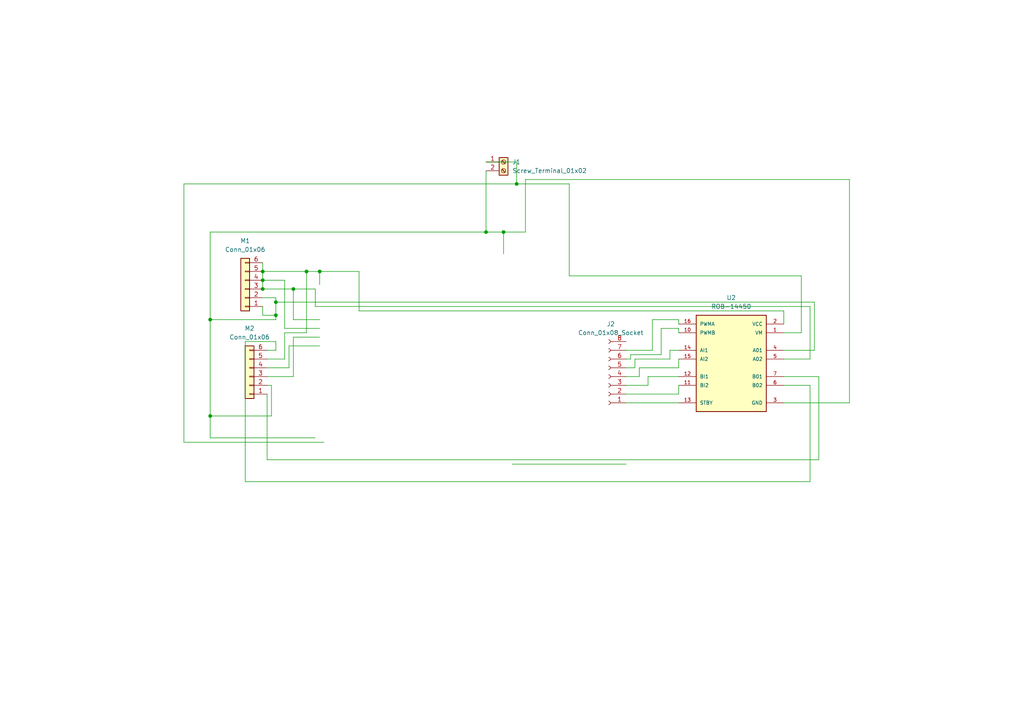
<source format=kicad_sch>
(kicad_sch (version 20250114) (generator "eeschema") (generator_version "9.0")
  (paper "A4")
  (lib_symbols
    (symbol "Connector:Conn_01x08_Socket" (pin_names (offset 1.016) (hide yes))
      (property "Reference" "J" (at 0 10.16 0))
      (property "Value" "Conn_01x08_Socket" (at 0 -12.7 0))
      (symbol "Conn_01x08_Socket_1_1"
        (polyline (pts (xy -1.27 7.62) (xy -0.508 7.62)) (stroke (width 0.1524)))
        (polyline (pts (xy -1.27 5.08) (xy -0.508 5.08)) (stroke (width 0.1524)))
        (polyline (pts (xy -1.27 2.54) (xy -0.508 2.54)) (stroke (width 0.1524)))
        (polyline (pts (xy -1.27 0) (xy -0.508 0)) (stroke (width 0.1524)))
        (polyline (pts (xy -1.27 -2.54) (xy -0.508 -2.54)) (stroke (width 0.1524)))
        (polyline (pts (xy -1.27 -5.08) (xy -0.508 -5.08)) (stroke (width 0.1524)))
        (polyline (pts (xy -1.27 -7.62) (xy -0.508 -7.62)) (stroke (width 0.1524)))
        (polyline (pts (xy -1.27 -10.16) (xy -0.508 -10.16)) (stroke (width 0.1524)))
        (arc (start 0 7.112) (mid -0.5058 7.62) (end 0 8.128) (stroke (width 0.1524)))
        (arc (start 0 4.572) (mid -0.5058 5.08) (end 0 5.588) (stroke (width 0.1524)))
        (arc (start 0 2.032) (mid -0.5058 2.54) (end 0 3.048) (stroke (width 0.1524)))
        (arc (start 0 -0.508) (mid -0.5058 0) (end 0 0.508) (stroke (width 0.1524)))
        (arc (start 0 -3.048) (mid -0.5058 -2.54) (end 0 -2.032) (stroke (width 0.1524)))
        (arc (start 0 -5.588) (mid -0.5058 -5.08) (end 0 -4.572) (stroke (width 0.1524)))
        (arc (start 0 -8.128) (mid -0.5058 -7.62) (end 0 -7.112) (stroke (width 0.1524)))
        (arc (start 0 -10.668) (mid -0.5058 -10.16) (end 0 -9.652) (stroke (width 0.1524)))
        (pin passive line (at -5.08 7.62 0) (length 3.81) (name "Pin_1") (number "1"))
        (pin passive line (at -5.08 5.08 0) (length 3.81) (name "Pin_2") (number "2"))
        (pin passive line (at -5.08 2.54 0) (length 3.81) (name "Pin_3") (number "3"))
        (pin passive line (at -5.08 0 0) (length 3.81) (name "Pin_4") (number "4"))
        (pin passive line (at -5.08 -2.54 0) (length 3.81) (name "Pin_5") (number "5"))
        (pin passive line (at -5.08 -5.08 0) (length 3.81) (name "Pin_6") (number "6"))
        (pin passive line (at -5.08 -7.62 0) (length 3.81) (name "Pin_7") (number "7"))
        (pin passive line (at -5.08 -10.16 0) (length 3.81) (name "Pin_8") (number "8"))
      )
    )
    (symbol "Connector:Screw_Terminal_01x02" (pin_names (offset 1.016) (hide yes))
      (property "Reference" "J" (at 0 2.54 0))
      (property "Value" "Screw_Terminal_01x02" (at 0 -5.08 0))
      (symbol "Screw_Terminal_01x02_1_1"
        (rectangle (start -1.27 1.27) (end 1.27 -3.81) (stroke (width 0.254)) (fill (type background)))
        (polyline (pts (xy -0.5334 0.3302) (xy 0.3302 -0.508)) (stroke (width 0.1524)))
        (polyline (pts (xy -0.5334 -2.2098) (xy 0.3302 -3.048)) (stroke (width 0.1524)))
        (polyline (pts (xy -0.3556 0.508) (xy 0.508 -0.3302)) (stroke (width 0.1524)))
        (polyline (pts (xy -0.3556 -2.032) (xy 0.508 -2.8702)) (stroke (width 0.1524)))
        (circle (center 0 0) (radius 0.635) (stroke (width 0.1524)))
        (circle (center 0 -2.54) (radius 0.635) (stroke (width 0.1524)))
        (pin passive line (at -5.08 0 0) (length 3.81) (name "Pin_1") (number "1"))
        (pin passive line (at -5.08 -2.54 0) (length 3.81) (name "Pin_2") (number "2"))
      )
    )
    (symbol "Connector_Generic:Conn_01x06" (pin_names (offset 1.016) (hide yes))
      (property "Reference" "J" (at 0 7.62 0))
      (property "Value" "Conn_01x06" (at 0 -10.16 0))
      (symbol "Conn_01x06_1_1"
        (rectangle (start -1.27 6.35) (end 1.27 -8.89) (stroke (width 0.254)) (fill (type background)))
        (rectangle (start -1.27 5.207) (end 0 4.953) (stroke (width 0.1524)))
        (rectangle (start -1.27 2.667) (end 0 2.413) (stroke (width 0.1524)))
        (rectangle (start -1.27 0.127) (end 0 -0.127) (stroke (width 0.1524)))
        (rectangle (start -1.27 -2.413) (end 0 -2.667) (stroke (width 0.1524)))
        (rectangle (start -1.27 -4.953) (end 0 -5.207) (stroke (width 0.1524)))
        (rectangle (start -1.27 -7.493) (end 0 -7.747) (stroke (width 0.1524)))
        (pin passive line (at -5.08 5.08 0) (length 3.81) (name "Pin_1") (number "1"))
        (pin passive line (at -5.08 2.54 0) (length 3.81) (name "Pin_2") (number "2"))
        (pin passive line (at -5.08 0 0) (length 3.81) (name "Pin_3") (number "3"))
        (pin passive line (at -5.08 -2.54 0) (length 3.81) (name "Pin_4") (number "4"))
        (pin passive line (at -5.08 -5.08 0) (length 3.81) (name "Pin_5") (number "5"))
        (pin passive line (at -5.08 -7.62 0) (length 3.81) (name "Pin_6") (number "6"))
      )
    )
    (symbol "ROB-14450:ROB-14450" (pin_names (offset 1.016))
      (property "Reference" "U" (at -10.16 16.002 0))
      (property "Value" "ROB-14450" (at -10.16 -15.24 0))
      (symbol "ROB-14450_0_0"
        (rectangle (start -10.16 -12.7) (end 10.16 15.24) (stroke (width 0.254)) (fill (type background)))
        (pin input line (at -15.24 12.7 0) (length 5.08) (name "PWMA") (number "16"))
        (pin input line (at -15.24 10.16 0) (length 5.08) (name "PWMB") (number "10"))
        (pin input line (at -15.24 5.08 0) (length 5.08) (name "AI1") (number "14"))
        (pin input line (at -15.24 2.54 0) (length 5.08) (name "AI2") (number "15"))
        (pin input line (at -15.24 -2.54 0) (length 5.08) (name "BI1") (number "12"))
        (pin input line (at -15.24 -5.08 0) (length 5.08) (name "BI2") (number "11"))
        (pin input line (at -15.24 -10.16 0) (length 5.08) (name "STBY") (number "13"))
        (pin power_in line (at 15.24 12.7 180) (length 5.08) (name "VCC") (number "2"))
        (pin power_in line (at 15.24 10.16 180) (length 5.08) (name "VM") (number "1"))
        (pin output line (at 15.24 5.08 180) (length 5.08) (name "A01") (number "4"))
        (pin output line (at 15.24 2.54 180) (length 5.08) (name "A02") (number "5"))
        (pin output line (at 15.24 -2.54 180) (length 5.08) (name "B01") (number "7"))
        (pin output line (at 15.24 -5.08 180) (length 5.08) (name "B02") (number "6"))
        (pin power_in line (at 15.24 -10.16 180) (length 5.08) (name "GND") (number "3"))
        (pin power_in line (at 15.24 -10.16 180) (length 5.08) (hide yes) (name "GND") (number "8"))
        (pin power_in line (at 15.24 -10.16 180) (length 5.08) (hide yes) (name "GND") (number "9"))
      )
    )
  )
  (junction (at 60.96 92.71))
  (junction (at 88.9 78.74))
  (junction (at 149.86 53.34))
  (junction (at 76.2 83.82))
  (junction (at 60.96 120.65))
  (junction (at 85.09 83.82))
  (junction (at 140.97 67.31))
  (junction (at 80.01 87.63))
  (junction (at 146.05 67.31))
  (junction (at 92.71 78.74))
  (junction (at 80.01 91.44))
  (junction (at 76.2 81.28))
  (junction (at 76.2 78.74))
  (wire (pts (xy 232.41 96.52) (xy 232.41 80.01)))
  (wire (pts (xy 104.14 78.74) (xy 92.71 78.74)))
  (wire (pts (xy 182.88 102.87) (xy 191.77 102.87)))
  (wire (pts (xy 149.86 46.99) (xy 149.86 53.34)))
  (wire (pts (xy 91.44 83.82) (xy 91.44 88.9)))
  (wire (pts (xy 82.55 95.25) (xy 92.71 95.25)))
  (wire (pts (xy 77.47 109.22) (xy 85.09 109.22)))
  (wire (pts (xy 181.61 109.22) (xy 185.42 109.22)))
  (wire (pts (xy 60.96 67.31) (xy 60.96 92.71)))
  (wire (pts (xy 76.2 81.28) (xy 76.2 78.74)))
  (wire (pts (xy 82.55 96.52) (xy 88.9 96.52)))
  (wire (pts (xy 77.47 101.6) (xy 80.01 101.6)))
  (wire (pts (xy 234.95 139.7) (xy 234.95 111.76)))
  (wire (pts (xy 60.96 92.71) (xy 60.96 120.65)))
  (wire (pts (xy 191.77 95.25) (xy 196.85 95.25)))
  (wire (pts (xy 232.41 96.52) (xy 227.33 96.52)))
  (wire (pts (xy 234.95 88.9) (xy 234.95 104.14)))
  (wire (pts (xy 80.01 87.63) (xy 80.01 86.36)))
  (wire (pts (xy 187.96 109.22) (xy 187.96 111.76)))
  (wire (pts (xy 227.33 101.6) (xy 236.22 101.6)))
  (wire (pts (xy 227.33 116.84) (xy 246.38 116.84)))
  (wire (pts (xy 181.61 106.68) (xy 184.15 106.68)))
  (wire (pts (xy 181.61 101.6) (xy 189.23 101.6)))
  (wire (pts (xy 76.2 81.28) (xy 82.55 81.28)))
  (wire (pts (xy 85.09 109.22) (xy 85.09 97.79)))
  (wire (pts (xy 77.47 104.14) (xy 82.55 104.14)))
  (wire (pts (xy 53.34 128.27) (xy 53.34 53.34)))
  (wire (pts (xy 185.42 106.68) (xy 196.85 106.68)))
  (wire (pts (xy 189.23 92.71) (xy 196.85 92.71)))
  (wire (pts (xy 196.85 114.3) (xy 196.85 111.76)))
  (wire (pts (xy 181.61 134.62) (xy 148.59 134.62)))
  (wire (pts (xy 76.2 83.82) (xy 76.2 81.28)))
  (wire (pts (xy 104.14 90.17) (xy 104.14 78.74)))
  (wire (pts (xy 77.47 114.3) (xy 77.47 133.35)))
  (wire (pts (xy 181.61 116.84) (xy 196.85 116.84)))
  (wire (pts (xy 194.31 101.6) (xy 196.85 101.6)))
  (wire (pts (xy 140.97 49.53) (xy 140.97 67.31)))
  (wire (pts (xy 184.15 106.68) (xy 184.15 104.14)))
  (wire (pts (xy 196.85 95.25) (xy 196.85 96.52)))
  (wire (pts (xy 77.47 133.35) (xy 237.49 133.35)))
  (wire (pts (xy 246.38 52.07) (xy 152.4 52.07)))
  (wire (pts (xy 165.1 53.34) (xy 149.86 53.34)))
  (wire (pts (xy 140.97 46.99) (xy 149.86 46.99)))
  (wire (pts (xy 187.96 111.76) (xy 181.61 111.76)))
  (wire (pts (xy 92.71 78.74) (xy 92.71 82.55)))
  (wire (pts (xy 185.42 109.22) (xy 185.42 106.68)))
  (wire (pts (xy 227.33 93.98) (xy 227.33 90.17)))
  (wire (pts (xy 91.44 88.9) (xy 234.95 88.9)))
  (wire (pts (xy 237.49 133.35) (xy 237.49 109.22)))
  (wire (pts (xy 181.61 104.14) (xy 182.88 104.14)))
  (wire (pts (xy 181.61 114.3) (xy 196.85 114.3)))
  (wire (pts (xy 88.9 78.74) (xy 88.9 96.52)))
  (wire (pts (xy 71.12 139.7) (xy 234.95 139.7)))
  (wire (pts (xy 77.47 111.76) (xy 78.74 111.76)))
  (wire (pts (xy 246.38 116.84) (xy 246.38 52.07)))
  (wire (pts (xy 152.4 52.07) (xy 152.4 67.31)))
  (wire (pts (xy 76.2 78.74) (xy 88.9 78.74)))
  (wire (pts (xy 196.85 109.22) (xy 187.96 109.22)))
  (wire (pts (xy 196.85 92.71) (xy 196.85 93.98)))
  (wire (pts (xy 77.47 106.68) (xy 83.82 106.68)))
  (wire (pts (xy 82.55 104.14) (xy 82.55 96.52)))
  (wire (pts (xy 80.01 87.63) (xy 236.22 87.63)))
  (wire (pts (xy 194.31 104.14) (xy 194.31 101.6)))
  (wire (pts (xy 236.22 87.63) (xy 236.22 101.6)))
  (wire (pts (xy 91.44 127) (xy 60.96 127)))
  (wire (pts (xy 80.01 86.36) (xy 76.2 86.36)))
  (wire (pts (xy 146.05 67.31) (xy 152.4 67.31)))
  (wire (pts (xy 85.09 97.79) (xy 92.71 97.79)))
  (wire (pts (xy 83.82 100.33) (xy 92.71 100.33)))
  (wire (pts (xy 234.95 111.76) (xy 227.33 111.76)))
  (wire (pts (xy 76.2 88.9) (xy 76.2 91.44)))
  (wire (pts (xy 80.01 99.06) (xy 71.12 99.06)))
  (wire (pts (xy 76.2 78.74) (xy 76.2 76.2)))
  (wire (pts (xy 92.71 78.74) (xy 88.9 78.74)))
  (wire (pts (xy 60.96 120.65) (xy 60.96 127)))
  (wire (pts (xy 189.23 101.6) (xy 189.23 92.71)))
  (wire (pts (xy 60.96 67.31) (xy 140.97 67.31)))
  (wire (pts (xy 83.82 106.68) (xy 83.82 100.33)))
  (wire (pts (xy 53.34 53.34) (xy 149.86 53.34)))
  (wire (pts (xy 85.09 83.82) (xy 85.09 92.71)))
  (wire (pts (xy 227.33 90.17) (xy 104.14 90.17)))
  (wire (pts (xy 80.01 101.6) (xy 80.01 99.06)))
  (wire (pts (xy 80.01 92.71) (xy 80.01 91.44)))
  (wire (pts (xy 165.1 53.34) (xy 165.1 80.01)))
  (wire (pts (xy 91.44 83.82) (xy 85.09 83.82)))
  (wire (pts (xy 146.05 73.66) (xy 146.05 67.31)))
  (wire (pts (xy 182.88 104.14) (xy 182.88 102.87)))
  (wire (pts (xy 85.09 92.71) (xy 92.71 92.71)))
  (wire (pts (xy 196.85 106.68) (xy 196.85 104.14)))
  (wire (pts (xy 191.77 102.87) (xy 191.77 95.25)))
  (wire (pts (xy 85.09 83.82) (xy 76.2 83.82)))
  (wire (pts (xy 71.12 99.06) (xy 71.12 139.7)))
  (wire (pts (xy 53.34 128.27) (xy 93.98 128.27)))
  (wire (pts (xy 78.74 111.76) (xy 78.74 120.65)))
  (wire (pts (xy 232.41 80.01) (xy 165.1 80.01)))
  (wire (pts (xy 60.96 92.71) (xy 80.01 92.71)))
  (wire (pts (xy 184.15 104.14) (xy 194.31 104.14)))
  (wire (pts (xy 82.55 81.28) (xy 82.55 95.25)))
  (wire (pts (xy 76.2 91.44) (xy 80.01 91.44)))
  (wire (pts (xy 80.01 91.44) (xy 80.01 87.63)))
  (wire (pts (xy 237.49 109.22) (xy 227.33 109.22)))
  (wire (pts (xy 140.97 67.31) (xy 146.05 67.31)))
  (wire (pts (xy 78.74 120.65) (xy 60.96 120.65)))
  (wire (pts (xy 234.95 104.14) (xy 227.33 104.14)))
  (symbol (lib_id "ROB-14450:ROB-14450") (at 212.09 106.68 0) (unit 1)
    (property "Reference" "U2" (at 212.09 86.36 0))
    (property "Value" "ROB-14450" (at 212.09 88.9 0))
    (property "Footprint" "ROB-14450:MODULE_ROB-14450" (effects (hide yes)))
    (property "MF" "SparkFun Electronics" (effects (hide yes)))
    (property "Description_1" "TB6612FNG - Motor Controller/Driver Power Management Evaluation Board" (effects (hide yes)))
    (property "Package" "None" (effects (hide yes)))
    (property "Price" "None" (effects (hide yes)))
    (property "Check_prices" "https://www.snapeda.com/parts/ROB-14450/SparkFun/view-part/?ref=eda" (effects (hide yes)))
    (property "STANDARD" "Manufacturer Recommendation" (effects (hide yes)))
    (property "PARTREV" "11-13-17" (effects (hide yes)))
    (property "SnapEDA_Link" "https://www.snapeda.com/parts/ROB-14450/SparkFun/view-part/?ref=snap" (effects (hide yes)))
    (property "MP" "ROB-14450" (effects (hide yes)))
    (property "Availability" "In Stock" (effects (hide yes)))
    (property "MANUFACTURER" "Sparkfun Electronics" (effects (hide yes)))
  )
  (symbol (lib_id "Connector:Conn_01x08_Socket") (at 176.53 109.22 180) (unit 1)
    (property "Reference" "J2" (at 177.165 93.98 0))
    (property "Value" "Conn_01x08_Socket" (at 177.165 96.52 0))
    (property "Footprint" "Connector_JST:JST_PH_B8B-PH-K_1x08_P2.00mm_Vertical" (effects (hide yes)))
    (property "Description" "Generic connector, single row, 01x08, script generated" (effects (hide yes)))
  )
  (symbol (lib_id "Connector_Generic:Conn_01x06") (at 72.39 109.22 180) (unit 1)
    (property "Reference" "M2" (at 72.39 95.25 0))
    (property "Value" "Conn_01x06" (at 72.39 97.79 0))
    (property "Footprint" "B6B-PH-K:JST_B6B-PH-K" (effects (hide yes)))
    (property "Description" "Generic connector, single row, 01x06, script generated (kicad-library-utils/schlib/autogen/connector/)" (effects (hide yes)))
  )
  (symbol (lib_id "Connector_Generic:Conn_01x06") (at 71.12 83.82 180) (unit 1)
    (property "Reference" "M1" (at 71.12 69.85 0))
    (property "Value" "Conn_01x06" (at 71.12 72.39 0))
    (property "Footprint" "B6B-PH-K:JST_B6B-PH-K" (effects (hide yes)))
    (property "Description" "Generic connector, single row, 01x06, script generated (kicad-library-utils/schlib/autogen/connector/)" (effects (hide yes)))
  )
  (symbol (lib_id "Connector:Screw_Terminal_01x02") (at 146.05 46.99 0) (unit 1)
    (property "Reference" "J1" (at 148.59 46.9899 0) (effects (justify left)))
    (property "Value" "Screw_Terminal_01x02" (at 148.59 49.5299 0) (effects (justify left)))
    (property "Footprint" "TerminalBlock_Phoenix:TerminalBlock_Phoenix_MKDS-1,5-2-5.08_1x02_P5.08mm_Horizontal" (effects (hide yes)))
    (property "Description" "Generic screw terminal, single row, 01x02, script generated (kicad-library-utils/schlib/autogen/connector/)" (effects (hide yes)))
  )
)
</source>
